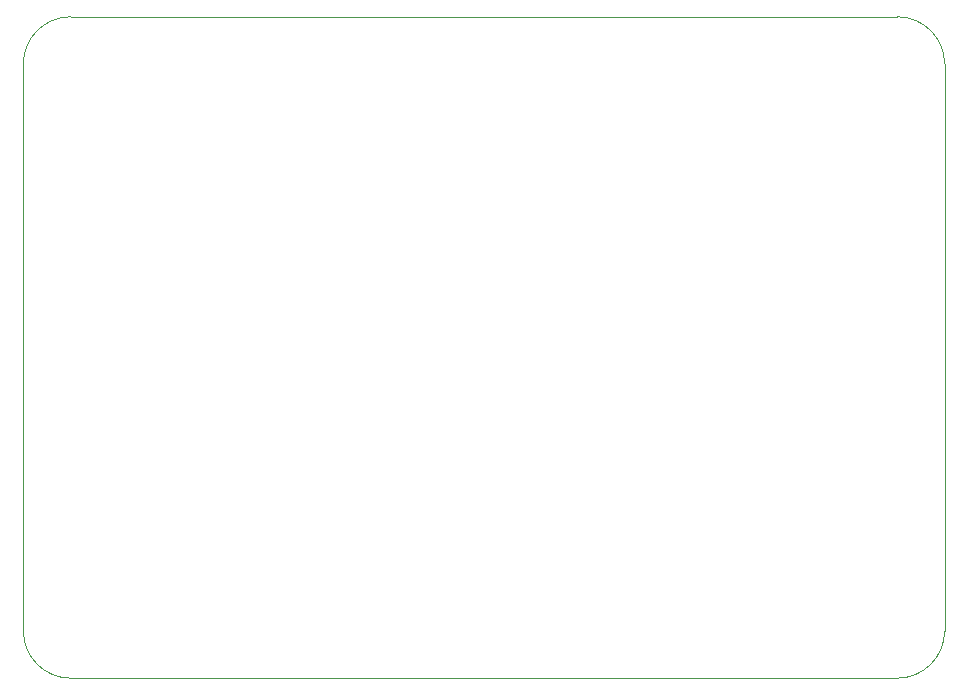
<source format=gbr>
%TF.GenerationSoftware,KiCad,Pcbnew,9.0.4*%
%TF.CreationDate,2025-09-20T17:35:25+02:00*%
%TF.ProjectId,demoboard,64656d6f-626f-4617-9264-2e6b69636164,-*%
%TF.SameCoordinates,PX6422c40PY7cee6c0*%
%TF.FileFunction,Profile,NP*%
%FSLAX46Y46*%
G04 Gerber Fmt 4.6, Leading zero omitted, Abs format (unit mm)*
G04 Created by KiCad (PCBNEW 9.0.4) date 2025-09-20 17:35:25*
%MOMM*%
%LPD*%
G01*
G04 APERTURE LIST*
%TA.AperFunction,Profile*%
%ADD10C,0.050000*%
%TD*%
G04 APERTURE END LIST*
D10*
X78000000Y52000000D02*
X78000000Y4000000D01*
X74000000Y56000000D02*
G75*
G02*
X78000000Y52000000I0J-4000000D01*
G01*
X74000000Y0D02*
X4000000Y0D01*
X0Y4000000D02*
X0Y52000000D01*
X78000000Y4000000D02*
G75*
G02*
X74000000Y0I-4000000J0D01*
G01*
X4000000Y56000000D02*
X74000000Y56000000D01*
X0Y52000000D02*
G75*
G02*
X4000000Y56000000I4000000J0D01*
G01*
X4000000Y0D02*
G75*
G02*
X0Y4000000I0J4000000D01*
G01*
M02*

</source>
